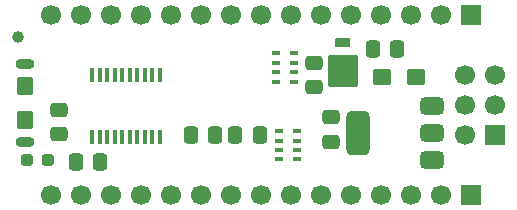
<source format=gbr>
%TF.GenerationSoftware,KiCad,Pcbnew,9.0.1*%
%TF.CreationDate,2025-04-21T22:05:37-04:00*%
%TF.ProjectId,nano_original,6e616e6f-5f6f-4726-9967-696e616c2e6b,rev?*%
%TF.SameCoordinates,Original*%
%TF.FileFunction,Soldermask,Bot*%
%TF.FilePolarity,Negative*%
%FSLAX46Y46*%
G04 Gerber Fmt 4.6, Leading zero omitted, Abs format (unit mm)*
G04 Created by KiCad (PCBNEW 9.0.1) date 2025-04-21 22:05:37*
%MOMM*%
%LPD*%
G01*
G04 APERTURE LIST*
G04 Aperture macros list*
%AMRoundRect*
0 Rectangle with rounded corners*
0 $1 Rounding radius*
0 $2 $3 $4 $5 $6 $7 $8 $9 X,Y pos of 4 corners*
0 Add a 4 corners polygon primitive as box body*
4,1,4,$2,$3,$4,$5,$6,$7,$8,$9,$2,$3,0*
0 Add four circle primitives for the rounded corners*
1,1,$1+$1,$2,$3*
1,1,$1+$1,$4,$5*
1,1,$1+$1,$6,$7*
1,1,$1+$1,$8,$9*
0 Add four rect primitives between the rounded corners*
20,1,$1+$1,$2,$3,$4,$5,0*
20,1,$1+$1,$4,$5,$6,$7,0*
20,1,$1+$1,$6,$7,$8,$9,0*
20,1,$1+$1,$8,$9,$2,$3,0*%
G04 Aperture macros list end*
%ADD10C,1.700000*%
%ADD11R,1.700000X1.700000*%
%ADD12RoundRect,0.375000X0.625000X0.375000X-0.625000X0.375000X-0.625000X-0.375000X0.625000X-0.375000X0*%
%ADD13RoundRect,0.500000X0.500000X1.400000X-0.500000X1.400000X-0.500000X-1.400000X0.500000X-1.400000X0*%
%ADD14RoundRect,0.250000X0.475000X-0.337500X0.475000X0.337500X-0.475000X0.337500X-0.475000X-0.337500X0*%
%ADD15RoundRect,0.076200X0.558800X-0.304800X0.558800X0.304800X-0.558800X0.304800X-0.558800X-0.304800X0*%
%ADD16RoundRect,0.127000X1.143000X-1.208000X1.143000X1.208000X-1.143000X1.208000X-1.143000X-1.208000X0*%
%ADD17O,1.600000X0.900000*%
%ADD18RoundRect,0.250000X0.445000X-0.545000X0.445000X0.545000X-0.445000X0.545000X-0.445000X-0.545000X0*%
%ADD19RoundRect,0.250000X0.337500X0.475000X-0.337500X0.475000X-0.337500X-0.475000X0.337500X-0.475000X0*%
%ADD20RoundRect,0.250000X-0.337500X-0.475000X0.337500X-0.475000X0.337500X0.475000X-0.337500X0.475000X0*%
%ADD21R,0.760000X0.430000*%
%ADD22RoundRect,0.237500X0.287500X0.237500X-0.287500X0.237500X-0.287500X-0.237500X0.287500X-0.237500X0*%
%ADD23C,1.000000*%
%ADD24R,0.400000X1.200000*%
%ADD25RoundRect,0.250000X-0.545000X-0.445000X0.545000X-0.445000X0.545000X0.445000X-0.545000X0.445000X0*%
G04 APERTURE END LIST*
D10*
%TO.C,J2*%
X62980000Y-75390000D03*
X65520000Y-75390000D03*
X68060000Y-75390000D03*
X70600000Y-75390000D03*
X73140000Y-75390000D03*
X75680000Y-75390000D03*
X78220000Y-75390000D03*
X80760000Y-75390000D03*
X83300000Y-75390000D03*
X85840000Y-75390000D03*
X88380000Y-75390000D03*
X90920000Y-75390000D03*
X93460000Y-75390000D03*
X96000000Y-75390000D03*
D11*
X98540000Y-75390000D03*
%TD*%
%TO.C,J3*%
X98540000Y-90630000D03*
D10*
X96000000Y-90630000D03*
X93460000Y-90630000D03*
X90920000Y-90630000D03*
X88380000Y-90630000D03*
X85840000Y-90630000D03*
X83300000Y-90630000D03*
X80760000Y-90630000D03*
X78220000Y-90630000D03*
X75680000Y-90630000D03*
X73140000Y-90630000D03*
X70600000Y-90630000D03*
X68060000Y-90630000D03*
X65520000Y-90630000D03*
X62980000Y-90630000D03*
%TD*%
D12*
%TO.C,U1*%
X95300000Y-87700000D03*
D13*
X89000000Y-85400000D03*
D12*
X95300000Y-85400000D03*
X95300000Y-83100000D03*
%TD*%
D14*
%TO.C,C1*%
X86725000Y-86125000D03*
X86725000Y-84050000D03*
%TD*%
D15*
%TO.C,D2*%
X87725000Y-77799000D03*
D16*
X87725000Y-80150000D03*
%TD*%
D11*
%TO.C,J4*%
X100575000Y-85590000D03*
D10*
X98035000Y-85590000D03*
X100575000Y-83050000D03*
X98035000Y-83050000D03*
X100575000Y-80510000D03*
X98035000Y-80510000D03*
%TD*%
D17*
%TO.C,J1*%
X60790000Y-79585000D03*
X60790000Y-86185000D03*
%TD*%
D18*
%TO.C,C5*%
X60800000Y-84275000D03*
X60800000Y-81395000D03*
%TD*%
D19*
%TO.C,C8*%
X67162500Y-87850000D03*
X65087500Y-87850000D03*
%TD*%
D20*
%TO.C,C7*%
X78600000Y-85575000D03*
X80675000Y-85575000D03*
%TD*%
D21*
%TO.C,RN1*%
X83820000Y-85225000D03*
X83820000Y-86025000D03*
X83820000Y-86825000D03*
X83820000Y-87625000D03*
X82300000Y-87625000D03*
X82300000Y-86825000D03*
X82300000Y-86025000D03*
X82300000Y-85225000D03*
%TD*%
D22*
%TO.C,F1*%
X62715000Y-87685000D03*
X60965000Y-87685000D03*
%TD*%
D19*
%TO.C,C9*%
X76900000Y-85575000D03*
X74825000Y-85575000D03*
%TD*%
D21*
%TO.C,RN2*%
X82030000Y-81025000D03*
X82030000Y-80225000D03*
X82030000Y-79425000D03*
X82030000Y-78625000D03*
X83550000Y-78625000D03*
X83550000Y-79425000D03*
X83550000Y-80225000D03*
X83550000Y-81025000D03*
%TD*%
D14*
%TO.C,C2*%
X63650000Y-85475000D03*
X63650000Y-83400000D03*
%TD*%
D23*
%TO.C,TP1*%
X60225000Y-77225000D03*
%TD*%
D14*
%TO.C,C4*%
X85225000Y-81525000D03*
X85225000Y-79450000D03*
%TD*%
D20*
%TO.C,C6*%
X90225000Y-78275000D03*
X92300000Y-78275000D03*
%TD*%
D24*
%TO.C,U2*%
X72190000Y-85700000D03*
X71555000Y-85700000D03*
X70920000Y-85700000D03*
X70285000Y-85700000D03*
X69650000Y-85700000D03*
X69015000Y-85700000D03*
X68380000Y-85700000D03*
X67745000Y-85700000D03*
X67110000Y-85700000D03*
X66475000Y-85700000D03*
X66475000Y-80500000D03*
X67110000Y-80500000D03*
X67745000Y-80500000D03*
X68380000Y-80500000D03*
X69015000Y-80500000D03*
X69650000Y-80500000D03*
X70285000Y-80500000D03*
X70920000Y-80500000D03*
X71555000Y-80500000D03*
X72190000Y-80500000D03*
%TD*%
D25*
%TO.C,C3*%
X91025000Y-80650000D03*
X93905000Y-80650000D03*
%TD*%
M02*

</source>
